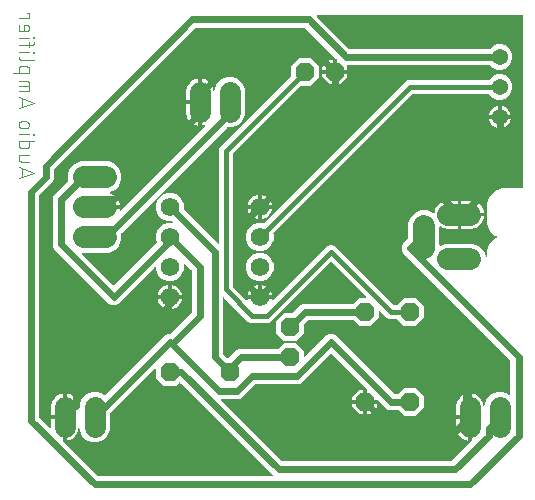
<source format=gbr>
G04 EAGLE Gerber RS-274X export*
G75*
%MOMM*%
%FSLAX34Y34*%
%LPD*%
%INBottom Copper*%
%IPPOS*%
%AMOC8*
5,1,8,0,0,1.08239X$1,22.5*%
G01*
%ADD10C,0.101600*%
%ADD11C,1.879600*%
%ADD12P,1.732040X8X112.500000*%
%ADD13P,1.732040X8X202.500000*%
%ADD14C,1.574800*%
%ADD15C,1.762000*%
%ADD16P,1.704548X8X22.500000*%
%ADD17P,1.704548X8X112.500000*%
%ADD18P,1.704548X8X292.500000*%
%ADD19C,1.371600*%
%ADD20C,1.862000*%
%ADD21C,0.609600*%
%ADD22C,0.406400*%

G36*
X226149Y25920D02*
X226149Y25920D01*
X226221Y25922D01*
X226270Y25940D01*
X226321Y25948D01*
X226385Y25982D01*
X226452Y26007D01*
X226493Y26039D01*
X226539Y26064D01*
X226588Y26116D01*
X226644Y26160D01*
X226672Y26204D01*
X226708Y26242D01*
X226738Y26307D01*
X226777Y26367D01*
X226790Y26418D01*
X226812Y26465D01*
X226820Y26536D01*
X226837Y26606D01*
X226833Y26658D01*
X226839Y26709D01*
X226824Y26780D01*
X226818Y26851D01*
X226798Y26899D01*
X226787Y26950D01*
X226750Y27011D01*
X226722Y27077D01*
X226677Y27133D01*
X226661Y27161D01*
X226643Y27176D01*
X226617Y27208D01*
X225853Y27972D01*
X148503Y105322D01*
X148487Y105334D01*
X148474Y105349D01*
X148387Y105406D01*
X148303Y105466D01*
X148284Y105472D01*
X148268Y105482D01*
X148167Y105508D01*
X148068Y105538D01*
X148048Y105538D01*
X148029Y105542D01*
X147926Y105534D01*
X147822Y105532D01*
X147804Y105525D01*
X147784Y105523D01*
X147689Y105483D01*
X147591Y105447D01*
X147576Y105435D01*
X147557Y105427D01*
X147426Y105322D01*
X144593Y102488D01*
X134807Y102488D01*
X127888Y109407D01*
X127888Y116351D01*
X127877Y116421D01*
X127875Y116493D01*
X127857Y116542D01*
X127849Y116593D01*
X127815Y116657D01*
X127790Y116724D01*
X127758Y116765D01*
X127733Y116811D01*
X127681Y116860D01*
X127637Y116916D01*
X127593Y116944D01*
X127555Y116980D01*
X127490Y117010D01*
X127430Y117049D01*
X127379Y117062D01*
X127332Y117084D01*
X127261Y117092D01*
X127191Y117109D01*
X127139Y117105D01*
X127088Y117111D01*
X127017Y117096D01*
X126946Y117090D01*
X126898Y117070D01*
X126847Y117059D01*
X126786Y117022D01*
X126720Y116994D01*
X126664Y116949D01*
X126636Y116933D01*
X126621Y116915D01*
X126589Y116889D01*
X89044Y79344D01*
X88991Y79270D01*
X88931Y79201D01*
X88919Y79170D01*
X88900Y79144D01*
X88873Y79057D01*
X88839Y78972D01*
X88835Y78931D01*
X88828Y78909D01*
X88829Y78877D01*
X88821Y78806D01*
X88821Y64880D01*
X86899Y60241D01*
X83349Y56691D01*
X78710Y54769D01*
X73690Y54769D01*
X69051Y56691D01*
X65501Y60241D01*
X63579Y64880D01*
X63579Y65844D01*
X63569Y65907D01*
X63569Y65970D01*
X63549Y66027D01*
X63540Y66086D01*
X63510Y66143D01*
X63489Y66203D01*
X63452Y66251D01*
X63424Y66304D01*
X63378Y66348D01*
X63339Y66398D01*
X63290Y66432D01*
X63246Y66473D01*
X63188Y66500D01*
X63135Y66536D01*
X63077Y66551D01*
X63023Y66577D01*
X62960Y66584D01*
X62898Y66601D01*
X62838Y66597D01*
X62779Y66604D01*
X62716Y66590D01*
X62652Y66587D01*
X62597Y66564D01*
X62538Y66552D01*
X62483Y66519D01*
X62424Y66495D01*
X62379Y66456D01*
X62327Y66425D01*
X62286Y66377D01*
X62237Y66335D01*
X62206Y66284D01*
X62167Y66238D01*
X62143Y66179D01*
X62110Y66124D01*
X62088Y66041D01*
X62075Y66010D01*
X62073Y65986D01*
X62066Y65963D01*
X61871Y64732D01*
X61319Y63033D01*
X60508Y61441D01*
X59458Y59995D01*
X58195Y58732D01*
X56749Y57682D01*
X55157Y56871D01*
X53458Y56319D01*
X52323Y56139D01*
X52323Y75438D01*
X52320Y75458D01*
X52322Y75477D01*
X52300Y75579D01*
X52283Y75681D01*
X52274Y75698D01*
X52270Y75718D01*
X52217Y75807D01*
X52168Y75898D01*
X52154Y75912D01*
X52144Y75929D01*
X52065Y75996D01*
X51990Y76067D01*
X51972Y76076D01*
X51957Y76089D01*
X51861Y76127D01*
X51767Y76171D01*
X51747Y76173D01*
X51729Y76181D01*
X51562Y76199D01*
X50799Y76199D01*
X50799Y76201D01*
X51562Y76201D01*
X51582Y76204D01*
X51601Y76202D01*
X51703Y76224D01*
X51805Y76241D01*
X51822Y76250D01*
X51842Y76254D01*
X51931Y76307D01*
X52022Y76356D01*
X52036Y76370D01*
X52053Y76380D01*
X52120Y76459D01*
X52191Y76534D01*
X52200Y76552D01*
X52213Y76567D01*
X52252Y76663D01*
X52295Y76757D01*
X52297Y76777D01*
X52305Y76795D01*
X52323Y76962D01*
X52323Y96261D01*
X53458Y96081D01*
X55157Y95529D01*
X56749Y94718D01*
X58195Y93668D01*
X59458Y92405D01*
X60508Y90959D01*
X61319Y89367D01*
X61871Y87668D01*
X62066Y86437D01*
X62086Y86377D01*
X62097Y86314D01*
X62125Y86261D01*
X62143Y86204D01*
X62182Y86153D01*
X62212Y86096D01*
X62255Y86055D01*
X62291Y86007D01*
X62344Y85971D01*
X62390Y85927D01*
X62444Y85902D01*
X62494Y85868D01*
X62555Y85850D01*
X62613Y85823D01*
X62673Y85817D01*
X62730Y85800D01*
X62794Y85803D01*
X62857Y85796D01*
X62916Y85809D01*
X62976Y85812D01*
X63035Y85835D01*
X63098Y85848D01*
X63149Y85879D01*
X63205Y85901D01*
X63254Y85942D01*
X63309Y85975D01*
X63348Y86020D01*
X63394Y86059D01*
X63427Y86113D01*
X63469Y86162D01*
X63491Y86217D01*
X63523Y86268D01*
X63537Y86330D01*
X63561Y86390D01*
X63570Y86476D01*
X63578Y86508D01*
X63577Y86532D01*
X63579Y86556D01*
X63579Y87520D01*
X65501Y92159D01*
X69051Y95709D01*
X73690Y97631D01*
X78710Y97631D01*
X83349Y95709D01*
X84141Y94917D01*
X84157Y94906D01*
X84170Y94890D01*
X84257Y94834D01*
X84341Y94774D01*
X84360Y94768D01*
X84377Y94757D01*
X84477Y94732D01*
X84576Y94701D01*
X84596Y94702D01*
X84615Y94697D01*
X84718Y94705D01*
X84822Y94708D01*
X84841Y94715D01*
X84860Y94716D01*
X84955Y94757D01*
X85053Y94792D01*
X85068Y94805D01*
X85087Y94813D01*
X85218Y94917D01*
X135815Y145515D01*
X138336Y146559D01*
X139719Y146559D01*
X139809Y146573D01*
X139900Y146581D01*
X139929Y146593D01*
X139961Y146598D01*
X140042Y146641D01*
X140126Y146677D01*
X140158Y146703D01*
X140179Y146714D01*
X140201Y146737D01*
X140257Y146782D01*
X158018Y164543D01*
X158071Y164617D01*
X158131Y164686D01*
X158143Y164717D01*
X158162Y164743D01*
X158189Y164830D01*
X158223Y164915D01*
X158227Y164956D01*
X158234Y164978D01*
X158233Y165010D01*
X158241Y165081D01*
X158241Y200044D01*
X158227Y200134D01*
X158219Y200225D01*
X158207Y200254D01*
X158202Y200286D01*
X158159Y200367D01*
X158123Y200451D01*
X158097Y200483D01*
X158086Y200504D01*
X158063Y200526D01*
X158018Y200582D01*
X152684Y205916D01*
X152626Y205958D01*
X152574Y206007D01*
X152527Y206029D01*
X152485Y206060D01*
X152416Y206081D01*
X152351Y206111D01*
X152299Y206117D01*
X152249Y206132D01*
X152178Y206130D01*
X152107Y206138D01*
X152056Y206127D01*
X152004Y206126D01*
X151936Y206101D01*
X151866Y206086D01*
X151821Y206059D01*
X151773Y206041D01*
X151717Y205996D01*
X151655Y205960D01*
X151621Y205920D01*
X151581Y205887D01*
X151542Y205827D01*
X151495Y205773D01*
X151476Y205724D01*
X151448Y205680D01*
X151430Y205611D01*
X151403Y205544D01*
X151395Y205473D01*
X151387Y205442D01*
X151389Y205419D01*
X151385Y205378D01*
X151385Y200876D01*
X149606Y196581D01*
X146319Y193294D01*
X142024Y191515D01*
X137376Y191515D01*
X133081Y193294D01*
X129794Y196581D01*
X128015Y200876D01*
X128015Y202203D01*
X128004Y202273D01*
X128002Y202345D01*
X127984Y202394D01*
X127976Y202445D01*
X127942Y202509D01*
X127917Y202576D01*
X127885Y202617D01*
X127860Y202663D01*
X127809Y202712D01*
X127764Y202768D01*
X127720Y202796D01*
X127682Y202832D01*
X127617Y202862D01*
X127557Y202901D01*
X127506Y202914D01*
X127459Y202936D01*
X127388Y202944D01*
X127318Y202961D01*
X127266Y202957D01*
X127215Y202963D01*
X127144Y202948D01*
X127073Y202942D01*
X127025Y202922D01*
X126974Y202911D01*
X126913Y202874D01*
X126847Y202846D01*
X126791Y202801D01*
X126763Y202785D01*
X126748Y202767D01*
X126716Y202741D01*
X97997Y174022D01*
X95960Y171985D01*
X93439Y170941D01*
X90711Y170941D01*
X88190Y171985D01*
X41810Y218365D01*
X40766Y220886D01*
X40766Y261714D01*
X41810Y264235D01*
X53455Y275879D01*
X53522Y275974D01*
X53593Y276068D01*
X53595Y276074D01*
X53598Y276079D01*
X53632Y276191D01*
X53669Y276302D01*
X53669Y276308D01*
X53671Y276314D01*
X53667Y276431D01*
X53666Y276548D01*
X53664Y276555D01*
X53664Y276560D01*
X53658Y276578D01*
X53620Y276709D01*
X53593Y276773D01*
X53593Y282027D01*
X55604Y286882D01*
X59320Y290598D01*
X64175Y292609D01*
X88225Y292609D01*
X93080Y290598D01*
X96796Y286882D01*
X98807Y282027D01*
X98807Y276773D01*
X96796Y271918D01*
X93080Y268202D01*
X89466Y266705D01*
X89380Y266652D01*
X89291Y266604D01*
X89276Y266587D01*
X89257Y266576D01*
X89193Y266498D01*
X89124Y266423D01*
X89115Y266403D01*
X89100Y266386D01*
X89064Y266292D01*
X89022Y266199D01*
X89020Y266177D01*
X89012Y266157D01*
X89008Y266056D01*
X88998Y265955D01*
X89003Y265933D01*
X89002Y265911D01*
X89030Y265813D01*
X89053Y265715D01*
X89064Y265696D01*
X89070Y265675D01*
X89128Y265591D01*
X89181Y265505D01*
X89198Y265491D01*
X89211Y265473D01*
X89292Y265412D01*
X89370Y265347D01*
X89395Y265336D01*
X89408Y265326D01*
X89439Y265316D01*
X89522Y265278D01*
X90181Y265064D01*
X91855Y264211D01*
X93376Y263106D01*
X94704Y261778D01*
X95809Y260257D01*
X96662Y258583D01*
X97243Y256796D01*
X97444Y255523D01*
X76962Y255523D01*
X76942Y255520D01*
X76923Y255522D01*
X76821Y255500D01*
X76719Y255483D01*
X76702Y255474D01*
X76682Y255470D01*
X76593Y255417D01*
X76502Y255368D01*
X76488Y255354D01*
X76471Y255344D01*
X76404Y255265D01*
X76333Y255190D01*
X76324Y255172D01*
X76311Y255157D01*
X76273Y255061D01*
X76229Y254967D01*
X76227Y254947D01*
X76219Y254929D01*
X76201Y254762D01*
X76201Y253238D01*
X76204Y253218D01*
X76202Y253199D01*
X76224Y253097D01*
X76241Y252995D01*
X76250Y252978D01*
X76254Y252958D01*
X76307Y252869D01*
X76356Y252778D01*
X76370Y252764D01*
X76380Y252747D01*
X76459Y252680D01*
X76534Y252609D01*
X76552Y252600D01*
X76567Y252587D01*
X76663Y252548D01*
X76757Y252505D01*
X76777Y252503D01*
X76795Y252495D01*
X76962Y252477D01*
X97444Y252477D01*
X97348Y251871D01*
X97348Y251863D01*
X97346Y251855D01*
X97349Y251739D01*
X97350Y251625D01*
X97352Y251617D01*
X97352Y251609D01*
X97392Y251501D01*
X97429Y251392D01*
X97434Y251385D01*
X97437Y251378D01*
X97508Y251289D01*
X97579Y251197D01*
X97586Y251192D01*
X97590Y251186D01*
X97687Y251124D01*
X97783Y251059D01*
X97791Y251057D01*
X97797Y251053D01*
X97909Y251025D01*
X98020Y250994D01*
X98028Y250995D01*
X98036Y250993D01*
X98150Y251002D01*
X98266Y251008D01*
X98273Y251011D01*
X98281Y251012D01*
X98386Y251056D01*
X98494Y251100D01*
X98500Y251105D01*
X98507Y251108D01*
X98638Y251213D01*
X169495Y322070D01*
X169534Y322124D01*
X169582Y322173D01*
X169606Y322224D01*
X169638Y322269D01*
X169658Y322334D01*
X169687Y322395D01*
X169694Y322451D01*
X169711Y322504D01*
X169709Y322572D01*
X169717Y322639D01*
X169706Y322694D01*
X169704Y322750D01*
X169681Y322814D01*
X169667Y322880D01*
X169639Y322929D01*
X169620Y322981D01*
X169577Y323034D01*
X169543Y323093D01*
X169501Y323130D01*
X169466Y323173D01*
X169409Y323210D01*
X169358Y323255D01*
X169306Y323276D01*
X169259Y323306D01*
X169193Y323323D01*
X169131Y323349D01*
X169075Y323353D01*
X169021Y323366D01*
X168953Y323361D01*
X168885Y323366D01*
X168808Y323350D01*
X168775Y323347D01*
X168756Y323339D01*
X168721Y323332D01*
X167758Y323019D01*
X166623Y322839D01*
X166623Y342138D01*
X166620Y342158D01*
X166622Y342177D01*
X166600Y342279D01*
X166583Y342381D01*
X166574Y342398D01*
X166570Y342418D01*
X166517Y342507D01*
X166468Y342598D01*
X166454Y342612D01*
X166444Y342629D01*
X166365Y342696D01*
X166290Y342767D01*
X166272Y342776D01*
X166257Y342789D01*
X166161Y342827D01*
X166067Y342871D01*
X166047Y342873D01*
X166029Y342881D01*
X165862Y342899D01*
X165099Y342899D01*
X165099Y342901D01*
X165862Y342901D01*
X165882Y342904D01*
X165901Y342902D01*
X166003Y342924D01*
X166105Y342941D01*
X166122Y342950D01*
X166142Y342954D01*
X166231Y343007D01*
X166322Y343056D01*
X166336Y343070D01*
X166353Y343080D01*
X166420Y343159D01*
X166491Y343234D01*
X166500Y343252D01*
X166513Y343267D01*
X166552Y343363D01*
X166595Y343457D01*
X166597Y343477D01*
X166605Y343495D01*
X166623Y343662D01*
X166623Y362961D01*
X167758Y362781D01*
X169457Y362229D01*
X171049Y361418D01*
X172495Y360368D01*
X173758Y359105D01*
X174808Y357659D01*
X175619Y356067D01*
X176171Y354368D01*
X176366Y353137D01*
X176386Y353077D01*
X176397Y353014D01*
X176425Y352961D01*
X176443Y352904D01*
X176482Y352853D01*
X176512Y352796D01*
X176555Y352755D01*
X176591Y352707D01*
X176644Y352671D01*
X176690Y352627D01*
X176744Y352602D01*
X176794Y352568D01*
X176855Y352550D01*
X176913Y352523D01*
X176973Y352517D01*
X177030Y352500D01*
X177094Y352503D01*
X177157Y352496D01*
X177216Y352509D01*
X177276Y352512D01*
X177335Y352535D01*
X177398Y352548D01*
X177449Y352579D01*
X177505Y352601D01*
X177554Y352642D01*
X177609Y352675D01*
X177648Y352720D01*
X177694Y352759D01*
X177727Y352813D01*
X177769Y352861D01*
X177791Y352917D01*
X177823Y352968D01*
X177837Y353030D01*
X177861Y353090D01*
X177870Y353176D01*
X177878Y353208D01*
X177877Y353232D01*
X177879Y353256D01*
X177879Y354220D01*
X179801Y358859D01*
X183351Y362409D01*
X187990Y364331D01*
X193010Y364331D01*
X197649Y362409D01*
X201199Y358859D01*
X203121Y354220D01*
X203121Y331580D01*
X201199Y326941D01*
X197649Y323391D01*
X193010Y321469D01*
X188609Y321469D01*
X188519Y321455D01*
X188428Y321447D01*
X188399Y321435D01*
X188367Y321430D01*
X188286Y321387D01*
X188202Y321351D01*
X188170Y321325D01*
X188149Y321314D01*
X188127Y321291D01*
X188071Y321246D01*
X98945Y232121D01*
X98878Y232026D01*
X98807Y231932D01*
X98805Y231926D01*
X98802Y231921D01*
X98768Y231809D01*
X98731Y231698D01*
X98731Y231692D01*
X98729Y231686D01*
X98733Y231569D01*
X98734Y231452D01*
X98736Y231445D01*
X98736Y231440D01*
X98742Y231422D01*
X98780Y231291D01*
X98807Y231227D01*
X98807Y225973D01*
X96796Y221118D01*
X93080Y217402D01*
X88225Y215391D01*
X66021Y215391D01*
X65951Y215380D01*
X65879Y215378D01*
X65830Y215360D01*
X65779Y215352D01*
X65715Y215318D01*
X65648Y215293D01*
X65607Y215261D01*
X65561Y215236D01*
X65512Y215184D01*
X65456Y215140D01*
X65428Y215096D01*
X65392Y215058D01*
X65362Y214993D01*
X65323Y214933D01*
X65310Y214882D01*
X65288Y214835D01*
X65280Y214764D01*
X65263Y214694D01*
X65267Y214642D01*
X65261Y214591D01*
X65276Y214520D01*
X65282Y214449D01*
X65302Y214401D01*
X65313Y214350D01*
X65350Y214289D01*
X65378Y214223D01*
X65423Y214167D01*
X65439Y214139D01*
X65457Y214124D01*
X65483Y214092D01*
X91537Y188038D01*
X91553Y188026D01*
X91565Y188011D01*
X91653Y187955D01*
X91736Y187894D01*
X91755Y187889D01*
X91772Y187878D01*
X91873Y187853D01*
X91972Y187822D01*
X91991Y187823D01*
X92011Y187818D01*
X92114Y187826D01*
X92217Y187828D01*
X92236Y187835D01*
X92256Y187837D01*
X92351Y187877D01*
X92448Y187913D01*
X92464Y187925D01*
X92482Y187933D01*
X92613Y188038D01*
X128486Y223911D01*
X128554Y224005D01*
X128624Y224100D01*
X128626Y224106D01*
X128630Y224111D01*
X128664Y224221D01*
X128700Y224333D01*
X128700Y224340D01*
X128702Y224346D01*
X128699Y224462D01*
X128698Y224579D01*
X128696Y224587D01*
X128696Y224592D01*
X128689Y224609D01*
X128651Y224740D01*
X128015Y226276D01*
X128015Y230924D01*
X129794Y235219D01*
X133081Y238506D01*
X137376Y240285D01*
X141878Y240285D01*
X141948Y240296D01*
X142020Y240298D01*
X142069Y240316D01*
X142120Y240324D01*
X142184Y240358D01*
X142251Y240383D01*
X142292Y240415D01*
X142338Y240440D01*
X142387Y240492D01*
X142443Y240536D01*
X142471Y240580D01*
X142507Y240618D01*
X142537Y240683D01*
X142576Y240743D01*
X142589Y240794D01*
X142611Y240841D01*
X142619Y240912D01*
X142636Y240982D01*
X142632Y241034D01*
X142638Y241085D01*
X142623Y241156D01*
X142617Y241227D01*
X142597Y241275D01*
X142586Y241326D01*
X142549Y241387D01*
X142521Y241453D01*
X142476Y241509D01*
X142460Y241537D01*
X142442Y241552D01*
X142416Y241584D01*
X141908Y242092D01*
X141834Y242146D01*
X141765Y242205D01*
X141734Y242217D01*
X141708Y242236D01*
X141621Y242263D01*
X141536Y242297D01*
X141495Y242301D01*
X141473Y242308D01*
X141441Y242307D01*
X141370Y242315D01*
X137376Y242315D01*
X133081Y244094D01*
X129794Y247381D01*
X128015Y251676D01*
X128015Y256324D01*
X129794Y260619D01*
X133081Y263906D01*
X137376Y265685D01*
X142024Y265685D01*
X146319Y263906D01*
X149606Y260619D01*
X151385Y256324D01*
X151385Y252330D01*
X151399Y252240D01*
X151407Y252149D01*
X151419Y252120D01*
X151424Y252088D01*
X151467Y252007D01*
X151503Y251923D01*
X151529Y251891D01*
X151540Y251870D01*
X151563Y251848D01*
X151608Y251792D01*
X180183Y223217D01*
X180241Y223175D01*
X180293Y223126D01*
X180340Y223104D01*
X180382Y223073D01*
X180451Y223052D01*
X180516Y223022D01*
X180568Y223016D01*
X180618Y223001D01*
X180689Y223003D01*
X180760Y222995D01*
X180811Y223006D01*
X180863Y223007D01*
X180931Y223032D01*
X181001Y223047D01*
X181046Y223074D01*
X181094Y223092D01*
X181150Y223137D01*
X181212Y223173D01*
X181246Y223213D01*
X181286Y223246D01*
X181325Y223306D01*
X181372Y223360D01*
X181391Y223409D01*
X181419Y223453D01*
X181437Y223522D01*
X181464Y223589D01*
X181472Y223660D01*
X181480Y223691D01*
X181478Y223714D01*
X181482Y223755D01*
X181482Y302787D01*
X182372Y304935D01*
X242092Y364655D01*
X242145Y364729D01*
X242205Y364799D01*
X242217Y364829D01*
X242236Y364855D01*
X242263Y364942D01*
X242297Y365027D01*
X242301Y365068D01*
X242308Y365090D01*
X242307Y365122D01*
X242315Y365193D01*
X242315Y373140D01*
X249160Y379985D01*
X258840Y379985D01*
X265685Y373140D01*
X265685Y363460D01*
X258840Y356615D01*
X250893Y356615D01*
X250803Y356601D01*
X250712Y356593D01*
X250683Y356581D01*
X250651Y356576D01*
X250570Y356533D01*
X250486Y356497D01*
X250454Y356471D01*
X250433Y356460D01*
X250411Y356437D01*
X250355Y356392D01*
X193391Y299428D01*
X193338Y299354D01*
X193278Y299284D01*
X193266Y299254D01*
X193247Y299228D01*
X193220Y299141D01*
X193186Y299056D01*
X193182Y299015D01*
X193175Y298993D01*
X193176Y298961D01*
X193168Y298890D01*
X193168Y186885D01*
X193182Y186795D01*
X193190Y186704D01*
X193202Y186675D01*
X193207Y186643D01*
X193250Y186562D01*
X193286Y186478D01*
X193312Y186446D01*
X193323Y186425D01*
X193346Y186403D01*
X193391Y186347D01*
X204342Y175396D01*
X204348Y175391D01*
X204353Y175385D01*
X204448Y175319D01*
X204542Y175252D01*
X204549Y175250D01*
X204556Y175245D01*
X204667Y175214D01*
X204777Y175180D01*
X204785Y175180D01*
X204792Y175178D01*
X204907Y175183D01*
X205023Y175186D01*
X205030Y175189D01*
X205038Y175189D01*
X205145Y175231D01*
X205254Y175271D01*
X205260Y175276D01*
X205267Y175279D01*
X205356Y175353D01*
X205446Y175425D01*
X205450Y175431D01*
X205456Y175436D01*
X205516Y175535D01*
X205579Y175631D01*
X205581Y175639D01*
X205585Y175646D01*
X205611Y175759D01*
X205639Y175870D01*
X205638Y175878D01*
X205640Y175886D01*
X205632Y176053D01*
X205597Y176277D01*
X215138Y176277D01*
X215158Y176280D01*
X215177Y176278D01*
X215279Y176300D01*
X215381Y176317D01*
X215398Y176326D01*
X215418Y176330D01*
X215507Y176383D01*
X215598Y176432D01*
X215612Y176446D01*
X215629Y176456D01*
X215696Y176535D01*
X215767Y176610D01*
X215776Y176628D01*
X215789Y176643D01*
X215827Y176739D01*
X215871Y176833D01*
X215873Y176853D01*
X215881Y176871D01*
X215899Y177038D01*
X215899Y177801D01*
X215901Y177801D01*
X215901Y177038D01*
X215904Y177018D01*
X215902Y176999D01*
X215924Y176897D01*
X215941Y176795D01*
X215950Y176778D01*
X215954Y176758D01*
X216007Y176669D01*
X216056Y176578D01*
X216070Y176564D01*
X216080Y176547D01*
X216159Y176480D01*
X216234Y176409D01*
X216252Y176400D01*
X216267Y176387D01*
X216363Y176348D01*
X216457Y176305D01*
X216477Y176303D01*
X216495Y176295D01*
X216662Y176277D01*
X226203Y176277D01*
X226168Y176053D01*
X226168Y176045D01*
X226166Y176038D01*
X226169Y175922D01*
X226169Y175807D01*
X226172Y175800D01*
X226172Y175792D01*
X226212Y175684D01*
X226249Y175575D01*
X226254Y175568D01*
X226256Y175561D01*
X226328Y175471D01*
X226398Y175379D01*
X226405Y175375D01*
X226410Y175369D01*
X226507Y175307D01*
X226603Y175242D01*
X226610Y175240D01*
X226617Y175236D01*
X226729Y175208D01*
X226840Y175177D01*
X226848Y175178D01*
X226856Y175176D01*
X226970Y175185D01*
X227085Y175191D01*
X227093Y175194D01*
X227101Y175195D01*
X227206Y175239D01*
X227314Y175283D01*
X227320Y175288D01*
X227327Y175291D01*
X227458Y175396D01*
X272915Y220853D01*
X275063Y221743D01*
X277387Y221743D01*
X279535Y220853D01*
X329222Y171166D01*
X329296Y171113D01*
X329366Y171053D01*
X329396Y171041D01*
X329422Y171022D01*
X329509Y170995D01*
X329594Y170961D01*
X329635Y170957D01*
X329657Y170950D01*
X329689Y170951D01*
X329760Y170943D01*
X331903Y170943D01*
X331993Y170957D01*
X332084Y170965D01*
X332114Y170977D01*
X332145Y170982D01*
X332226Y171025D01*
X332310Y171061D01*
X332342Y171087D01*
X332363Y171098D01*
X332385Y171121D01*
X332441Y171166D01*
X338060Y176785D01*
X347740Y176785D01*
X354585Y169940D01*
X354585Y160260D01*
X347740Y153415D01*
X338060Y153415D01*
X332441Y159034D01*
X332367Y159087D01*
X332298Y159147D01*
X332268Y159159D01*
X332241Y159178D01*
X332154Y159205D01*
X332069Y159239D01*
X332029Y159243D01*
X332006Y159250D01*
X331974Y159249D01*
X331903Y159257D01*
X325863Y159257D01*
X323715Y160147D01*
X317784Y166078D01*
X317726Y166120D01*
X317674Y166169D01*
X317627Y166191D01*
X317585Y166221D01*
X317516Y166243D01*
X317451Y166273D01*
X317399Y166278D01*
X317349Y166294D01*
X317278Y166292D01*
X317207Y166300D01*
X317156Y166289D01*
X317104Y166287D01*
X317036Y166263D01*
X316966Y166248D01*
X316921Y166221D01*
X316873Y166203D01*
X316817Y166158D01*
X316755Y166121D01*
X316721Y166082D01*
X316681Y166049D01*
X316642Y165989D01*
X316595Y165934D01*
X316576Y165886D01*
X316548Y165842D01*
X316530Y165773D01*
X316503Y165706D01*
X316495Y165635D01*
X316487Y165604D01*
X316489Y165581D01*
X316485Y165540D01*
X316485Y160260D01*
X309640Y153415D01*
X299960Y153415D01*
X295357Y158018D01*
X295283Y158071D01*
X295214Y158131D01*
X295183Y158143D01*
X295157Y158162D01*
X295070Y158189D01*
X294985Y158223D01*
X294944Y158227D01*
X294922Y158234D01*
X294890Y158233D01*
X294819Y158241D01*
X257156Y158241D01*
X257066Y158227D01*
X256975Y158219D01*
X256946Y158207D01*
X256914Y158202D01*
X256833Y158159D01*
X256749Y158123D01*
X256717Y158097D01*
X256696Y158086D01*
X256674Y158063D01*
X256618Y158018D01*
X253335Y154735D01*
X253282Y154661D01*
X253222Y154592D01*
X253210Y154561D01*
X253191Y154535D01*
X253164Y154448D01*
X253130Y154363D01*
X253126Y154322D01*
X253119Y154300D01*
X253120Y154268D01*
X253112Y154197D01*
X253112Y147507D01*
X246193Y140588D01*
X236407Y140588D01*
X229488Y147507D01*
X229488Y157293D01*
X236407Y164212D01*
X243097Y164212D01*
X243187Y164226D01*
X243278Y164234D01*
X243307Y164246D01*
X243339Y164251D01*
X243420Y164294D01*
X243504Y164330D01*
X243536Y164356D01*
X243557Y164367D01*
X243579Y164390D01*
X243635Y164435D01*
X250115Y170915D01*
X252636Y171959D01*
X294819Y171959D01*
X294909Y171973D01*
X295000Y171981D01*
X295029Y171993D01*
X295061Y171998D01*
X295142Y172041D01*
X295226Y172077D01*
X295258Y172103D01*
X295279Y172114D01*
X295301Y172137D01*
X295357Y172182D01*
X299960Y176785D01*
X305240Y176785D01*
X305310Y176796D01*
X305382Y176798D01*
X305431Y176816D01*
X305482Y176824D01*
X305546Y176858D01*
X305613Y176883D01*
X305654Y176915D01*
X305700Y176940D01*
X305749Y176991D01*
X305805Y177036D01*
X305833Y177080D01*
X305869Y177118D01*
X305899Y177183D01*
X305938Y177243D01*
X305951Y177294D01*
X305973Y177341D01*
X305981Y177412D01*
X305998Y177482D01*
X305994Y177534D01*
X306000Y177585D01*
X305985Y177656D01*
X305979Y177727D01*
X305959Y177775D01*
X305948Y177826D01*
X305911Y177887D01*
X305883Y177953D01*
X305838Y178009D01*
X305821Y178037D01*
X305804Y178052D01*
X305778Y178084D01*
X276763Y207099D01*
X276747Y207110D01*
X276735Y207126D01*
X276647Y207182D01*
X276564Y207242D01*
X276545Y207248D01*
X276528Y207259D01*
X276427Y207284D01*
X276328Y207315D01*
X276309Y207314D01*
X276289Y207319D01*
X276186Y207311D01*
X276083Y207308D01*
X276064Y207302D01*
X276044Y207300D01*
X275949Y207260D01*
X275852Y207224D01*
X275836Y207211D01*
X275818Y207204D01*
X275687Y207099D01*
X225560Y156972D01*
X223412Y156082D01*
X208388Y156082D01*
X206240Y156972D01*
X185958Y177254D01*
X185900Y177296D01*
X185848Y177345D01*
X185801Y177367D01*
X185759Y177397D01*
X185690Y177418D01*
X185625Y177449D01*
X185573Y177454D01*
X185523Y177470D01*
X185452Y177468D01*
X185381Y177476D01*
X185330Y177465D01*
X185278Y177463D01*
X185210Y177439D01*
X185140Y177424D01*
X185095Y177397D01*
X185047Y177379D01*
X184991Y177334D01*
X184929Y177297D01*
X184895Y177258D01*
X184855Y177225D01*
X184816Y177165D01*
X184769Y177110D01*
X184750Y177062D01*
X184722Y177018D01*
X184704Y176949D01*
X184677Y176882D01*
X184669Y176811D01*
X184661Y176780D01*
X184663Y176757D01*
X184659Y176716D01*
X184659Y130156D01*
X184673Y130066D01*
X184681Y129975D01*
X184693Y129946D01*
X184698Y129914D01*
X184741Y129833D01*
X184777Y129749D01*
X184803Y129717D01*
X184814Y129696D01*
X184837Y129674D01*
X184882Y129618D01*
X188165Y126335D01*
X188239Y126282D01*
X188308Y126222D01*
X188339Y126210D01*
X188365Y126191D01*
X188452Y126164D01*
X188537Y126130D01*
X188578Y126126D01*
X188600Y126119D01*
X188632Y126120D01*
X188703Y126112D01*
X189122Y126112D01*
X189212Y126126D01*
X189303Y126134D01*
X189332Y126146D01*
X189364Y126151D01*
X189445Y126194D01*
X189529Y126230D01*
X189561Y126256D01*
X189582Y126267D01*
X189604Y126290D01*
X189660Y126335D01*
X196140Y132815D01*
X198661Y133859D01*
X231139Y133859D01*
X231229Y133873D01*
X231320Y133881D01*
X231350Y133893D01*
X231382Y133898D01*
X231463Y133941D01*
X231546Y133977D01*
X231579Y134003D01*
X231599Y134014D01*
X231621Y134037D01*
X231677Y134082D01*
X236407Y138812D01*
X246193Y138812D01*
X253112Y131893D01*
X253112Y128124D01*
X253123Y128054D01*
X253125Y127982D01*
X253143Y127933D01*
X253151Y127882D01*
X253185Y127818D01*
X253210Y127751D01*
X253242Y127710D01*
X253267Y127664D01*
X253319Y127615D01*
X253363Y127559D01*
X253407Y127531D01*
X253445Y127495D01*
X253510Y127465D01*
X253570Y127426D01*
X253621Y127413D01*
X253668Y127391D01*
X253739Y127383D01*
X253809Y127366D01*
X253861Y127370D01*
X253912Y127364D01*
X253983Y127379D01*
X254054Y127385D01*
X254102Y127405D01*
X254153Y127416D01*
X254214Y127453D01*
X254280Y127481D01*
X254336Y127526D01*
X254364Y127542D01*
X254379Y127560D01*
X254411Y127586D01*
X272340Y145515D01*
X274861Y146559D01*
X277589Y146559D01*
X280110Y145515D01*
X329643Y95982D01*
X329717Y95929D01*
X329786Y95869D01*
X329817Y95857D01*
X329843Y95838D01*
X329930Y95811D01*
X330015Y95777D01*
X330056Y95773D01*
X330078Y95766D01*
X330110Y95767D01*
X330181Y95759D01*
X332919Y95759D01*
X333009Y95773D01*
X333100Y95781D01*
X333130Y95793D01*
X333161Y95798D01*
X333242Y95841D01*
X333326Y95877D01*
X333358Y95903D01*
X333379Y95914D01*
X333401Y95937D01*
X333457Y95982D01*
X338060Y100585D01*
X347740Y100585D01*
X354585Y93740D01*
X354585Y84060D01*
X347740Y77215D01*
X338060Y77215D01*
X333457Y81818D01*
X333383Y81871D01*
X333314Y81931D01*
X333284Y81943D01*
X333257Y81962D01*
X333170Y81989D01*
X333085Y82023D01*
X333045Y82027D01*
X333022Y82034D01*
X332990Y82033D01*
X332919Y82041D01*
X325661Y82041D01*
X323140Y83085D01*
X316025Y90200D01*
X315951Y90253D01*
X315882Y90313D01*
X315851Y90325D01*
X315825Y90344D01*
X315738Y90371D01*
X315653Y90405D01*
X315613Y90409D01*
X315590Y90416D01*
X315558Y90415D01*
X315487Y90423D01*
X306323Y90423D01*
X306323Y99587D01*
X306308Y99677D01*
X306301Y99768D01*
X306289Y99798D01*
X306283Y99829D01*
X306241Y99910D01*
X306205Y99994D01*
X306179Y100026D01*
X306168Y100047D01*
X306145Y100069D01*
X306100Y100125D01*
X276763Y129462D01*
X276747Y129474D01*
X276735Y129489D01*
X276647Y129545D01*
X276564Y129606D01*
X276545Y129611D01*
X276528Y129622D01*
X276427Y129647D01*
X276328Y129678D01*
X276309Y129677D01*
X276289Y129682D01*
X276186Y129674D01*
X276083Y129672D01*
X276064Y129665D01*
X276044Y129663D01*
X275949Y129623D01*
X275852Y129587D01*
X275836Y129575D01*
X275818Y129567D01*
X275687Y129462D01*
X251535Y105310D01*
X249014Y104266D01*
X212706Y104266D01*
X212616Y104252D01*
X212525Y104244D01*
X212496Y104232D01*
X212464Y104227D01*
X212383Y104184D01*
X212299Y104148D01*
X212267Y104122D01*
X212246Y104111D01*
X212224Y104088D01*
X212168Y104043D01*
X200735Y92610D01*
X198214Y91566D01*
X183496Y91566D01*
X183426Y91555D01*
X183354Y91553D01*
X183305Y91535D01*
X183254Y91527D01*
X183190Y91493D01*
X183123Y91468D01*
X183082Y91436D01*
X183036Y91411D01*
X182987Y91359D01*
X182931Y91315D01*
X182903Y91271D01*
X182867Y91233D01*
X182837Y91168D01*
X182798Y91108D01*
X182785Y91057D01*
X182763Y91010D01*
X182755Y90939D01*
X182738Y90869D01*
X182742Y90817D01*
X182736Y90766D01*
X182751Y90695D01*
X182757Y90624D01*
X182777Y90576D01*
X182788Y90525D01*
X182825Y90464D01*
X182853Y90398D01*
X182898Y90342D01*
X182914Y90314D01*
X182932Y90299D01*
X182958Y90267D01*
X234393Y38832D01*
X234467Y38779D01*
X234536Y38719D01*
X234567Y38707D01*
X234593Y38688D01*
X234680Y38661D01*
X234765Y38627D01*
X234806Y38623D01*
X234828Y38616D01*
X234860Y38617D01*
X234931Y38609D01*
X377844Y38609D01*
X377934Y38623D01*
X378025Y38631D01*
X378054Y38643D01*
X378086Y38648D01*
X378167Y38691D01*
X378251Y38727D01*
X378283Y38753D01*
X378304Y38764D01*
X378326Y38787D01*
X378382Y38832D01*
X395000Y55450D01*
X395053Y55524D01*
X395113Y55593D01*
X395125Y55624D01*
X395144Y55650D01*
X395171Y55737D01*
X395205Y55822D01*
X395209Y55862D01*
X395216Y55885D01*
X395215Y55917D01*
X395223Y55988D01*
X395223Y75438D01*
X395220Y75458D01*
X395222Y75477D01*
X395200Y75579D01*
X395183Y75681D01*
X395174Y75698D01*
X395170Y75718D01*
X395117Y75807D01*
X395068Y75898D01*
X395054Y75912D01*
X395044Y75929D01*
X394965Y75996D01*
X394890Y76067D01*
X394872Y76076D01*
X394857Y76089D01*
X394761Y76127D01*
X394667Y76171D01*
X394647Y76173D01*
X394629Y76181D01*
X394462Y76199D01*
X393699Y76199D01*
X393699Y76201D01*
X394462Y76201D01*
X394482Y76204D01*
X394501Y76202D01*
X394603Y76224D01*
X394705Y76241D01*
X394722Y76250D01*
X394742Y76254D01*
X394831Y76307D01*
X394922Y76356D01*
X394936Y76370D01*
X394953Y76380D01*
X395020Y76459D01*
X395091Y76534D01*
X395100Y76552D01*
X395113Y76567D01*
X395152Y76663D01*
X395195Y76757D01*
X395197Y76777D01*
X395205Y76795D01*
X395223Y76962D01*
X395223Y96261D01*
X396358Y96081D01*
X398057Y95529D01*
X399649Y94718D01*
X401095Y93668D01*
X402358Y92405D01*
X403408Y90959D01*
X404219Y89367D01*
X404771Y87668D01*
X404966Y86437D01*
X404986Y86377D01*
X404997Y86314D01*
X405025Y86261D01*
X405043Y86204D01*
X405082Y86153D01*
X405112Y86096D01*
X405155Y86055D01*
X405191Y86007D01*
X405244Y85971D01*
X405290Y85927D01*
X405344Y85902D01*
X405394Y85868D01*
X405455Y85850D01*
X405513Y85823D01*
X405573Y85817D01*
X405630Y85800D01*
X405694Y85803D01*
X405757Y85796D01*
X405816Y85809D01*
X405876Y85812D01*
X405935Y85835D01*
X405998Y85848D01*
X406049Y85879D01*
X406105Y85901D01*
X406154Y85942D01*
X406209Y85975D01*
X406248Y86020D01*
X406294Y86058D01*
X406327Y86113D01*
X406369Y86161D01*
X406391Y86217D01*
X406423Y86268D01*
X406437Y86330D01*
X406461Y86390D01*
X406470Y86476D01*
X406478Y86508D01*
X406477Y86532D01*
X406479Y86556D01*
X406479Y87520D01*
X408401Y92159D01*
X411951Y95709D01*
X416590Y97631D01*
X421610Y97631D01*
X426249Y95709D01*
X426817Y95142D01*
X426875Y95100D01*
X426927Y95050D01*
X426974Y95029D01*
X427016Y94998D01*
X427085Y94977D01*
X427150Y94947D01*
X427202Y94941D01*
X427252Y94926D01*
X427323Y94928D01*
X427394Y94920D01*
X427445Y94931D01*
X427497Y94932D01*
X427565Y94957D01*
X427635Y94972D01*
X427680Y94999D01*
X427728Y95017D01*
X427784Y95061D01*
X427846Y95098D01*
X427880Y95138D01*
X427920Y95170D01*
X427959Y95231D01*
X428006Y95285D01*
X428025Y95333D01*
X428053Y95377D01*
X428071Y95447D01*
X428098Y95513D01*
X428106Y95585D01*
X428114Y95616D01*
X428112Y95639D01*
X428116Y95680D01*
X428116Y123844D01*
X428102Y123934D01*
X428094Y124025D01*
X428082Y124054D01*
X428077Y124086D01*
X428034Y124167D01*
X427998Y124251D01*
X427972Y124283D01*
X427961Y124304D01*
X427938Y124326D01*
X427893Y124382D01*
X337085Y215190D01*
X336041Y217711D01*
X336041Y220439D01*
X337085Y222960D01*
X341556Y227431D01*
X341609Y227505D01*
X341669Y227574D01*
X341681Y227605D01*
X341700Y227631D01*
X341727Y227718D01*
X341761Y227803D01*
X341765Y227844D01*
X341772Y227866D01*
X341771Y227898D01*
X341779Y227969D01*
X341779Y240520D01*
X343777Y245342D01*
X347468Y249033D01*
X352290Y251031D01*
X357510Y251031D01*
X362332Y249033D01*
X362559Y248807D01*
X362569Y248800D01*
X362576Y248790D01*
X362669Y248728D01*
X362759Y248663D01*
X362770Y248660D01*
X362780Y248653D01*
X362887Y248623D01*
X362994Y248591D01*
X363006Y248591D01*
X363017Y248588D01*
X363128Y248594D01*
X363240Y248597D01*
X363251Y248601D01*
X363263Y248602D01*
X363366Y248643D01*
X363471Y248682D01*
X363480Y248689D01*
X363491Y248693D01*
X363576Y248766D01*
X363663Y248835D01*
X363669Y248845D01*
X363678Y248853D01*
X363736Y248949D01*
X363796Y249042D01*
X363799Y249054D01*
X363805Y249064D01*
X363849Y249226D01*
X364031Y250375D01*
X364608Y252149D01*
X365454Y253811D01*
X366551Y255320D01*
X367870Y256639D01*
X369379Y257736D01*
X371041Y258582D01*
X372815Y259159D01*
X374657Y259451D01*
X383377Y259451D01*
X383377Y248362D01*
X383380Y248342D01*
X383378Y248323D01*
X383400Y248221D01*
X383417Y248119D01*
X383426Y248102D01*
X383430Y248082D01*
X383483Y247993D01*
X383532Y247902D01*
X383546Y247888D01*
X383556Y247871D01*
X383635Y247804D01*
X383710Y247733D01*
X383728Y247724D01*
X383743Y247711D01*
X383839Y247673D01*
X383933Y247629D01*
X383953Y247627D01*
X383971Y247619D01*
X384138Y247601D01*
X384901Y247601D01*
X384901Y247599D01*
X384138Y247599D01*
X384118Y247596D01*
X384099Y247598D01*
X383997Y247576D01*
X383895Y247559D01*
X383878Y247550D01*
X383858Y247546D01*
X383769Y247493D01*
X383678Y247444D01*
X383664Y247430D01*
X383647Y247420D01*
X383580Y247341D01*
X383509Y247266D01*
X383500Y247248D01*
X383487Y247233D01*
X383448Y247137D01*
X383405Y247043D01*
X383403Y247023D01*
X383395Y247005D01*
X383377Y246838D01*
X383377Y235749D01*
X374657Y235749D01*
X372815Y236041D01*
X371041Y236618D01*
X369379Y237464D01*
X369229Y237573D01*
X369219Y237578D01*
X369210Y237587D01*
X369109Y237633D01*
X369010Y237683D01*
X368998Y237685D01*
X368987Y237690D01*
X368877Y237702D01*
X368766Y237718D01*
X368754Y237716D01*
X368743Y237717D01*
X368634Y237694D01*
X368524Y237673D01*
X368514Y237668D01*
X368502Y237665D01*
X368407Y237608D01*
X368309Y237554D01*
X368301Y237545D01*
X368291Y237539D01*
X368219Y237455D01*
X368144Y237372D01*
X368139Y237361D01*
X368131Y237352D01*
X368089Y237249D01*
X368045Y237147D01*
X368044Y237135D01*
X368039Y237124D01*
X368021Y236957D01*
X368021Y221806D01*
X368028Y221761D01*
X368026Y221715D01*
X368048Y221640D01*
X368060Y221563D01*
X368082Y221522D01*
X368095Y221478D01*
X368139Y221414D01*
X368176Y221346D01*
X368209Y221314D01*
X368235Y221276D01*
X368298Y221230D01*
X368354Y221176D01*
X368396Y221157D01*
X368432Y221130D01*
X368506Y221105D01*
X368577Y221073D01*
X368623Y221068D01*
X368666Y221053D01*
X368744Y221054D01*
X368821Y221046D01*
X368866Y221055D01*
X368912Y221056D01*
X369044Y221094D01*
X369062Y221098D01*
X369066Y221100D01*
X369073Y221102D01*
X372980Y222721D01*
X396820Y222721D01*
X401642Y220723D01*
X405333Y217032D01*
X407195Y212538D01*
X407246Y212455D01*
X407292Y212369D01*
X407311Y212351D01*
X407324Y212329D01*
X407399Y212267D01*
X407470Y212200D01*
X407494Y212189D01*
X407514Y212172D01*
X407605Y212137D01*
X407693Y212096D01*
X407719Y212094D01*
X407743Y212084D01*
X407841Y212080D01*
X407937Y212069D01*
X407963Y212075D01*
X407989Y212074D01*
X408083Y212101D01*
X408178Y212122D01*
X408200Y212135D01*
X408225Y212142D01*
X408305Y212198D01*
X408389Y212248D01*
X408406Y212268D01*
X408427Y212283D01*
X408486Y212361D01*
X408549Y212435D01*
X408559Y212459D01*
X408574Y212480D01*
X408604Y212572D01*
X408641Y212663D01*
X408644Y212695D01*
X408650Y212714D01*
X408650Y212747D01*
X408659Y212830D01*
X408659Y217632D01*
X410980Y223233D01*
X415267Y227520D01*
X416175Y227897D01*
X416236Y227934D01*
X416302Y227964D01*
X416340Y227999D01*
X416384Y228026D01*
X416430Y228082D01*
X416483Y228130D01*
X416508Y228176D01*
X416541Y228216D01*
X416567Y228283D01*
X416601Y228346D01*
X416611Y228397D01*
X416629Y228445D01*
X416632Y228517D01*
X416645Y228588D01*
X416637Y228639D01*
X416640Y228691D01*
X416620Y228760D01*
X416609Y228831D01*
X416586Y228877D01*
X416571Y228927D01*
X416530Y228986D01*
X416498Y229050D01*
X416461Y229087D01*
X416431Y229129D01*
X416373Y229172D01*
X416322Y229222D01*
X416259Y229257D01*
X416233Y229276D01*
X416211Y229283D01*
X416175Y229303D01*
X415267Y229680D01*
X410980Y233967D01*
X408659Y239568D01*
X408659Y257632D01*
X410980Y263233D01*
X415267Y267520D01*
X420868Y269841D01*
X437898Y269841D01*
X437918Y269844D01*
X437937Y269842D01*
X438039Y269864D01*
X438141Y269880D01*
X438158Y269890D01*
X438178Y269894D01*
X438267Y269947D01*
X438358Y269996D01*
X438372Y270010D01*
X438389Y270020D01*
X438456Y270099D01*
X438528Y270174D01*
X438536Y270192D01*
X438549Y270207D01*
X438588Y270303D01*
X438631Y270397D01*
X438633Y270417D01*
X438641Y270435D01*
X438659Y270602D01*
X438659Y415698D01*
X438658Y415706D01*
X438658Y415708D01*
X438656Y415718D01*
X438658Y415737D01*
X438636Y415839D01*
X438620Y415941D01*
X438610Y415958D01*
X438606Y415978D01*
X438553Y416067D01*
X438504Y416158D01*
X438490Y416172D01*
X438480Y416189D01*
X438401Y416256D01*
X438326Y416328D01*
X438308Y416336D01*
X438293Y416349D01*
X438197Y416388D01*
X438103Y416431D01*
X438083Y416433D01*
X438065Y416441D01*
X437898Y416459D01*
X265003Y416459D01*
X264933Y416448D01*
X264861Y416446D01*
X264812Y416428D01*
X264761Y416420D01*
X264697Y416386D01*
X264630Y416361D01*
X264589Y416329D01*
X264543Y416304D01*
X264494Y416252D01*
X264438Y416208D01*
X264410Y416164D01*
X264374Y416126D01*
X264344Y416061D01*
X264305Y416001D01*
X264292Y415950D01*
X264270Y415903D01*
X264262Y415832D01*
X264245Y415762D01*
X264249Y415710D01*
X264243Y415659D01*
X264258Y415588D01*
X264264Y415517D01*
X264284Y415469D01*
X264295Y415418D01*
X264332Y415357D01*
X264360Y415291D01*
X264405Y415235D01*
X264421Y415207D01*
X264439Y415192D01*
X264465Y415160D01*
X291543Y388082D01*
X291617Y388029D01*
X291686Y387969D01*
X291717Y387957D01*
X291743Y387938D01*
X291830Y387911D01*
X291915Y387877D01*
X291956Y387873D01*
X291978Y387866D01*
X292010Y387867D01*
X292081Y387859D01*
X410556Y387859D01*
X410646Y387873D01*
X410737Y387881D01*
X410766Y387893D01*
X410798Y387898D01*
X410879Y387941D01*
X410963Y387977D01*
X410995Y388003D01*
X411016Y388014D01*
X411038Y388037D01*
X411094Y388082D01*
X413057Y390045D01*
X416978Y391669D01*
X421222Y391669D01*
X425143Y390045D01*
X428145Y387043D01*
X429769Y383122D01*
X429769Y378878D01*
X428145Y374957D01*
X425143Y371955D01*
X421222Y370331D01*
X416978Y370331D01*
X413057Y371955D01*
X411094Y373918D01*
X411020Y373971D01*
X410950Y374031D01*
X410920Y374043D01*
X410894Y374062D01*
X410807Y374089D01*
X410722Y374123D01*
X410681Y374127D01*
X410659Y374134D01*
X410627Y374133D01*
X410556Y374141D01*
X290125Y374141D01*
X290054Y374130D01*
X289983Y374128D01*
X289934Y374110D01*
X289882Y374102D01*
X289819Y374068D01*
X289752Y374043D01*
X289711Y374011D01*
X289665Y373986D01*
X289616Y373935D01*
X289560Y373890D01*
X289532Y373846D01*
X289496Y373808D01*
X289465Y373743D01*
X289427Y373683D01*
X289414Y373632D01*
X289392Y373585D01*
X289384Y373514D01*
X289367Y373444D01*
X289371Y373392D01*
X289365Y373341D01*
X289380Y373270D01*
X289386Y373199D01*
X289406Y373151D01*
X289417Y373100D01*
X289454Y373039D01*
X289482Y372973D01*
X289527Y372917D01*
X289543Y372889D01*
X289561Y372874D01*
X289587Y372842D01*
X289815Y372614D01*
X289815Y369823D01*
X280923Y369823D01*
X280923Y378987D01*
X280908Y379077D01*
X280901Y379168D01*
X280889Y379198D01*
X280883Y379230D01*
X280841Y379310D01*
X280805Y379394D01*
X280779Y379426D01*
X280768Y379447D01*
X280745Y379469D01*
X280700Y379525D01*
X254557Y405668D01*
X254483Y405721D01*
X254414Y405781D01*
X254383Y405793D01*
X254357Y405812D01*
X254270Y405839D01*
X254185Y405873D01*
X254144Y405877D01*
X254122Y405884D01*
X254090Y405883D01*
X254019Y405891D01*
X161906Y405891D01*
X161816Y405877D01*
X161725Y405869D01*
X161696Y405857D01*
X161664Y405852D01*
X161583Y405809D01*
X161499Y405773D01*
X161467Y405747D01*
X161446Y405736D01*
X161424Y405713D01*
X161368Y405668D01*
X42007Y286307D01*
X41954Y286233D01*
X41894Y286164D01*
X41882Y286133D01*
X41863Y286107D01*
X41836Y286020D01*
X41802Y285935D01*
X41798Y285894D01*
X41791Y285872D01*
X41792Y285840D01*
X41784Y285769D01*
X41784Y278036D01*
X40740Y275515D01*
X29307Y264082D01*
X29254Y264008D01*
X29194Y263939D01*
X29182Y263908D01*
X29163Y263882D01*
X29136Y263795D01*
X29102Y263710D01*
X29098Y263669D01*
X29091Y263647D01*
X29092Y263615D01*
X29084Y263544D01*
X29084Y76181D01*
X29098Y76091D01*
X29106Y76000D01*
X29118Y75971D01*
X29123Y75939D01*
X29166Y75858D01*
X29202Y75774D01*
X29228Y75742D01*
X29239Y75721D01*
X29262Y75699D01*
X29307Y75643D01*
X38150Y66800D01*
X38208Y66758D01*
X38260Y66709D01*
X38307Y66687D01*
X38349Y66656D01*
X38418Y66635D01*
X38483Y66605D01*
X38535Y66599D01*
X38585Y66584D01*
X38656Y66586D01*
X38727Y66578D01*
X38778Y66589D01*
X38830Y66590D01*
X38898Y66615D01*
X38968Y66630D01*
X39013Y66657D01*
X39061Y66675D01*
X39117Y66720D01*
X39179Y66756D01*
X39213Y66796D01*
X39253Y66829D01*
X39292Y66889D01*
X39339Y66943D01*
X39358Y66992D01*
X39386Y67036D01*
X39404Y67105D01*
X39431Y67172D01*
X39439Y67243D01*
X39447Y67274D01*
X39445Y67297D01*
X39449Y67338D01*
X39449Y74677D01*
X49277Y74677D01*
X49277Y55988D01*
X49292Y55898D01*
X49299Y55807D01*
X49311Y55778D01*
X49317Y55746D01*
X49359Y55665D01*
X49395Y55581D01*
X49421Y55549D01*
X49432Y55528D01*
X49455Y55506D01*
X49500Y55450D01*
X78818Y26132D01*
X78892Y26079D01*
X78961Y26019D01*
X78992Y26007D01*
X79018Y25988D01*
X79105Y25961D01*
X79190Y25927D01*
X79231Y25923D01*
X79253Y25916D01*
X79285Y25917D01*
X79356Y25909D01*
X226079Y25909D01*
X226149Y25920D01*
G37*
%LPC*%
G36*
X213576Y216915D02*
X213576Y216915D01*
X209281Y218694D01*
X205994Y221981D01*
X204215Y226276D01*
X204215Y230924D01*
X205994Y235219D01*
X209281Y238506D01*
X213576Y240285D01*
X218224Y240285D01*
X218530Y240158D01*
X218644Y240131D01*
X218758Y240103D01*
X218764Y240103D01*
X218770Y240102D01*
X218886Y240113D01*
X219003Y240122D01*
X219009Y240124D01*
X219015Y240125D01*
X219122Y240173D01*
X219229Y240218D01*
X219235Y240223D01*
X219239Y240225D01*
X219253Y240237D01*
X219360Y240323D01*
X337840Y358803D01*
X339590Y360553D01*
X341738Y361443D01*
X409540Y361443D01*
X409630Y361457D01*
X409721Y361465D01*
X409750Y361477D01*
X409782Y361482D01*
X409863Y361525D01*
X409947Y361561D01*
X409979Y361587D01*
X410000Y361598D01*
X410022Y361621D01*
X410078Y361666D01*
X413057Y364645D01*
X416978Y366269D01*
X421222Y366269D01*
X425143Y364645D01*
X428145Y361643D01*
X429769Y357722D01*
X429769Y353478D01*
X428145Y349557D01*
X425143Y346555D01*
X421222Y344931D01*
X416978Y344931D01*
X413057Y346555D01*
X410078Y349534D01*
X410004Y349587D01*
X409934Y349647D01*
X409904Y349659D01*
X409878Y349678D01*
X409791Y349705D01*
X409706Y349739D01*
X409665Y349743D01*
X409643Y349750D01*
X409611Y349749D01*
X409540Y349757D01*
X345635Y349757D01*
X345545Y349743D01*
X345454Y349735D01*
X345425Y349723D01*
X345393Y349718D01*
X345312Y349675D01*
X345228Y349639D01*
X345196Y349613D01*
X345175Y349602D01*
X345153Y349579D01*
X345097Y349534D01*
X227623Y232060D01*
X227555Y231966D01*
X227485Y231871D01*
X227483Y231865D01*
X227479Y231860D01*
X227445Y231749D01*
X227409Y231637D01*
X227409Y231631D01*
X227407Y231625D01*
X227410Y231508D01*
X227411Y231392D01*
X227413Y231384D01*
X227413Y231379D01*
X227420Y231362D01*
X227458Y231230D01*
X227585Y230924D01*
X227585Y226276D01*
X225806Y221981D01*
X222519Y218694D01*
X218224Y216915D01*
X213576Y216915D01*
G37*
%LPD*%
%LPC*%
G36*
X213576Y191515D02*
X213576Y191515D01*
X209281Y193294D01*
X205994Y196581D01*
X204215Y200876D01*
X204215Y205524D01*
X205994Y209819D01*
X209281Y213106D01*
X213576Y214885D01*
X218224Y214885D01*
X222519Y213106D01*
X225806Y209819D01*
X227585Y205524D01*
X227585Y200876D01*
X225806Y196581D01*
X222519Y193294D01*
X218224Y191515D01*
X213576Y191515D01*
G37*
%LPD*%
%LPC*%
G36*
X386423Y249123D02*
X386423Y249123D01*
X386423Y259451D01*
X395143Y259451D01*
X396985Y259159D01*
X398759Y258582D01*
X400421Y257736D01*
X401930Y256639D01*
X403249Y255320D01*
X404346Y253811D01*
X405192Y252149D01*
X405769Y250375D01*
X405967Y249123D01*
X386423Y249123D01*
G37*
%LPD*%
%LPC*%
G36*
X386423Y235749D02*
X386423Y235749D01*
X386423Y246077D01*
X405967Y246077D01*
X405769Y244825D01*
X405192Y243051D01*
X404346Y241389D01*
X403249Y239880D01*
X401930Y238561D01*
X400421Y237464D01*
X398759Y236618D01*
X396985Y236041D01*
X395143Y235749D01*
X386423Y235749D01*
G37*
%LPD*%
%LPC*%
G36*
X39449Y77723D02*
X39449Y77723D01*
X39449Y85903D01*
X39729Y87668D01*
X40281Y89367D01*
X41092Y90959D01*
X42142Y92405D01*
X43405Y93668D01*
X44851Y94718D01*
X46443Y95529D01*
X48142Y96081D01*
X49277Y96261D01*
X49277Y77723D01*
X39449Y77723D01*
G37*
%LPD*%
%LPC*%
G36*
X153749Y344423D02*
X153749Y344423D01*
X153749Y352603D01*
X154029Y354368D01*
X154581Y356067D01*
X155392Y357659D01*
X156442Y359105D01*
X157705Y360368D01*
X159151Y361418D01*
X160743Y362229D01*
X162442Y362781D01*
X163577Y362961D01*
X163577Y344423D01*
X153749Y344423D01*
G37*
%LPD*%
%LPC*%
G36*
X382349Y77723D02*
X382349Y77723D01*
X382349Y85903D01*
X382629Y87668D01*
X383181Y89367D01*
X383992Y90959D01*
X385042Y92405D01*
X386305Y93668D01*
X387751Y94718D01*
X389343Y95529D01*
X391042Y96081D01*
X392177Y96261D01*
X392177Y77723D01*
X382349Y77723D01*
G37*
%LPD*%
%LPC*%
G36*
X162442Y323019D02*
X162442Y323019D01*
X160743Y323571D01*
X159151Y324382D01*
X157705Y325432D01*
X156442Y326695D01*
X155392Y328141D01*
X154581Y329733D01*
X154029Y331432D01*
X153749Y333197D01*
X153749Y341377D01*
X163577Y341377D01*
X163577Y322839D01*
X162442Y323019D01*
G37*
%LPD*%
%LPC*%
G36*
X391042Y56319D02*
X391042Y56319D01*
X389343Y56871D01*
X387751Y57682D01*
X386305Y58732D01*
X385042Y59995D01*
X383992Y61441D01*
X383181Y63033D01*
X382629Y64732D01*
X382349Y66497D01*
X382349Y74677D01*
X392177Y74677D01*
X392177Y56139D01*
X391042Y56319D01*
G37*
%LPD*%
%LPC*%
G36*
X268985Y369823D02*
X268985Y369823D01*
X268985Y372614D01*
X275086Y378715D01*
X277877Y378715D01*
X277877Y369823D01*
X268985Y369823D01*
G37*
%LPD*%
%LPC*%
G36*
X280923Y357885D02*
X280923Y357885D01*
X280923Y366777D01*
X289815Y366777D01*
X289815Y363986D01*
X283714Y357885D01*
X280923Y357885D01*
G37*
%LPD*%
%LPC*%
G36*
X294385Y90423D02*
X294385Y90423D01*
X294385Y93214D01*
X300486Y99315D01*
X303277Y99315D01*
X303277Y90423D01*
X294385Y90423D01*
G37*
%LPD*%
%LPC*%
G36*
X306323Y78485D02*
X306323Y78485D01*
X306323Y87377D01*
X315215Y87377D01*
X315215Y84586D01*
X309114Y78485D01*
X306323Y78485D01*
G37*
%LPD*%
%LPC*%
G36*
X300486Y78485D02*
X300486Y78485D01*
X294385Y84586D01*
X294385Y87377D01*
X303277Y87377D01*
X303277Y78485D01*
X300486Y78485D01*
G37*
%LPD*%
%LPC*%
G36*
X275086Y357885D02*
X275086Y357885D01*
X268985Y363986D01*
X268985Y366777D01*
X277877Y366777D01*
X277877Y357885D01*
X275086Y357885D01*
G37*
%LPD*%
%LPC*%
G36*
X217423Y179323D02*
X217423Y179323D01*
X217423Y188103D01*
X218339Y187958D01*
X219898Y187452D01*
X221359Y186707D01*
X222685Y185744D01*
X223844Y184585D01*
X224807Y183259D01*
X225552Y181798D01*
X226058Y180239D01*
X226203Y179323D01*
X217423Y179323D01*
G37*
%LPD*%
%LPC*%
G36*
X141223Y179323D02*
X141223Y179323D01*
X141223Y188103D01*
X142139Y187958D01*
X143698Y187452D01*
X145159Y186707D01*
X146485Y185744D01*
X147644Y184585D01*
X148607Y183259D01*
X149352Y181798D01*
X149858Y180239D01*
X150003Y179323D01*
X141223Y179323D01*
G37*
%LPD*%
%LPC*%
G36*
X217423Y255523D02*
X217423Y255523D01*
X217423Y264303D01*
X218339Y264158D01*
X219898Y263652D01*
X221359Y262907D01*
X222685Y261944D01*
X223844Y260785D01*
X224807Y259459D01*
X225552Y257998D01*
X226058Y256439D01*
X226203Y255523D01*
X217423Y255523D01*
G37*
%LPD*%
%LPC*%
G36*
X217423Y252477D02*
X217423Y252477D01*
X226203Y252477D01*
X226058Y251561D01*
X225552Y250002D01*
X224807Y248541D01*
X223844Y247215D01*
X222685Y246056D01*
X221359Y245093D01*
X219898Y244348D01*
X218339Y243842D01*
X217423Y243697D01*
X217423Y252477D01*
G37*
%LPD*%
%LPC*%
G36*
X205597Y255523D02*
X205597Y255523D01*
X205742Y256439D01*
X206248Y257998D01*
X206993Y259459D01*
X207956Y260785D01*
X209115Y261944D01*
X210441Y262907D01*
X211902Y263652D01*
X213461Y264158D01*
X214377Y264303D01*
X214377Y255523D01*
X205597Y255523D01*
G37*
%LPD*%
%LPC*%
G36*
X205597Y179323D02*
X205597Y179323D01*
X205742Y180239D01*
X206248Y181798D01*
X206993Y183259D01*
X207956Y184585D01*
X209115Y185744D01*
X210441Y186707D01*
X211902Y187452D01*
X213461Y187958D01*
X214377Y188103D01*
X214377Y179323D01*
X205597Y179323D01*
G37*
%LPD*%
%LPC*%
G36*
X129397Y179323D02*
X129397Y179323D01*
X129542Y180239D01*
X130048Y181798D01*
X130793Y183259D01*
X131756Y184585D01*
X132915Y185744D01*
X134241Y186707D01*
X135702Y187452D01*
X137261Y187958D01*
X138177Y188103D01*
X138177Y179323D01*
X129397Y179323D01*
G37*
%LPD*%
%LPC*%
G36*
X141223Y176277D02*
X141223Y176277D01*
X150003Y176277D01*
X149858Y175361D01*
X149352Y173802D01*
X148607Y172341D01*
X147644Y171015D01*
X146485Y169856D01*
X145159Y168893D01*
X143698Y168148D01*
X142139Y167642D01*
X141223Y167497D01*
X141223Y176277D01*
G37*
%LPD*%
%LPC*%
G36*
X137261Y167642D02*
X137261Y167642D01*
X135702Y168148D01*
X134241Y168893D01*
X132915Y169856D01*
X131756Y171015D01*
X130793Y172341D01*
X130048Y173802D01*
X129542Y175361D01*
X129397Y176277D01*
X138177Y176277D01*
X138177Y167497D01*
X137261Y167642D01*
G37*
%LPD*%
%LPC*%
G36*
X213461Y243842D02*
X213461Y243842D01*
X211902Y244348D01*
X210441Y245093D01*
X209115Y246056D01*
X207956Y247215D01*
X206993Y248541D01*
X206248Y250002D01*
X205742Y251561D01*
X205597Y252477D01*
X214377Y252477D01*
X214377Y243697D01*
X213461Y243842D01*
G37*
%LPD*%
%LPC*%
G36*
X420623Y331723D02*
X420623Y331723D01*
X420623Y339480D01*
X421841Y339238D01*
X423552Y338529D01*
X425091Y337500D01*
X426400Y336191D01*
X427429Y334652D01*
X428138Y332941D01*
X428380Y331723D01*
X420623Y331723D01*
G37*
%LPD*%
%LPC*%
G36*
X409820Y331723D02*
X409820Y331723D01*
X410062Y332941D01*
X410771Y334652D01*
X411800Y336191D01*
X413109Y337500D01*
X414648Y338529D01*
X416359Y339238D01*
X417577Y339480D01*
X417577Y331723D01*
X409820Y331723D01*
G37*
%LPD*%
%LPC*%
G36*
X420623Y328677D02*
X420623Y328677D01*
X428380Y328677D01*
X428138Y327459D01*
X427429Y325748D01*
X426400Y324209D01*
X425091Y322900D01*
X423552Y321871D01*
X421841Y321162D01*
X420623Y320920D01*
X420623Y328677D01*
G37*
%LPD*%
%LPC*%
G36*
X416359Y321162D02*
X416359Y321162D01*
X414648Y321871D01*
X413109Y322900D01*
X411800Y324209D01*
X410771Y325748D01*
X410062Y327459D01*
X409820Y328677D01*
X417577Y328677D01*
X417577Y320920D01*
X416359Y321162D01*
G37*
%LPD*%
%LPC*%
G36*
X279399Y368299D02*
X279399Y368299D01*
X279399Y368301D01*
X279401Y368301D01*
X279401Y368299D01*
X279399Y368299D01*
G37*
%LPD*%
%LPC*%
G36*
X419099Y330199D02*
X419099Y330199D01*
X419099Y330201D01*
X419101Y330201D01*
X419101Y330199D01*
X419099Y330199D01*
G37*
%LPD*%
%LPC*%
G36*
X215899Y253999D02*
X215899Y253999D01*
X215899Y254001D01*
X215901Y254001D01*
X215901Y253999D01*
X215899Y253999D01*
G37*
%LPD*%
%LPC*%
G36*
X139699Y177799D02*
X139699Y177799D01*
X139699Y177801D01*
X139701Y177801D01*
X139701Y177799D01*
X139699Y177799D01*
G37*
%LPD*%
%LPC*%
G36*
X304799Y88899D02*
X304799Y88899D01*
X304799Y88901D01*
X304801Y88901D01*
X304801Y88899D01*
X304799Y88899D01*
G37*
%LPD*%
D10*
X11684Y278662D02*
X24892Y283064D01*
X11684Y287467D01*
X14986Y286366D02*
X14986Y279762D01*
X13885Y292504D02*
X20489Y292504D01*
X13885Y292504D02*
X13794Y292506D01*
X13703Y292512D01*
X13613Y292521D01*
X13523Y292534D01*
X13433Y292551D01*
X13345Y292571D01*
X13257Y292596D01*
X13170Y292623D01*
X13085Y292655D01*
X13001Y292689D01*
X12918Y292728D01*
X12837Y292769D01*
X12758Y292814D01*
X12681Y292862D01*
X12606Y292914D01*
X12533Y292968D01*
X12462Y293025D01*
X12394Y293086D01*
X12329Y293149D01*
X12266Y293214D01*
X12205Y293282D01*
X12148Y293353D01*
X12094Y293426D01*
X12042Y293501D01*
X11994Y293578D01*
X11949Y293657D01*
X11908Y293738D01*
X11869Y293821D01*
X11835Y293905D01*
X11803Y293990D01*
X11776Y294077D01*
X11751Y294165D01*
X11731Y294253D01*
X11714Y294343D01*
X11701Y294433D01*
X11692Y294523D01*
X11686Y294614D01*
X11684Y294705D01*
X11684Y298374D01*
X20489Y298374D01*
X24892Y309833D02*
X11684Y309833D01*
X11684Y306164D01*
X11686Y306073D01*
X11692Y305982D01*
X11701Y305892D01*
X11714Y305802D01*
X11731Y305712D01*
X11751Y305624D01*
X11776Y305536D01*
X11803Y305449D01*
X11835Y305364D01*
X11869Y305280D01*
X11908Y305197D01*
X11949Y305116D01*
X11994Y305037D01*
X12042Y304960D01*
X12094Y304885D01*
X12148Y304812D01*
X12205Y304741D01*
X12266Y304673D01*
X12329Y304608D01*
X12394Y304545D01*
X12462Y304484D01*
X12533Y304427D01*
X12606Y304373D01*
X12681Y304321D01*
X12758Y304273D01*
X12837Y304228D01*
X12918Y304187D01*
X13001Y304148D01*
X13085Y304114D01*
X13170Y304082D01*
X13257Y304055D01*
X13345Y304030D01*
X13433Y304010D01*
X13523Y303993D01*
X13613Y303980D01*
X13703Y303971D01*
X13794Y303965D01*
X13885Y303963D01*
X18288Y303963D01*
X18379Y303965D01*
X18470Y303971D01*
X18560Y303980D01*
X18650Y303993D01*
X18740Y304010D01*
X18828Y304030D01*
X18916Y304055D01*
X19003Y304082D01*
X19088Y304114D01*
X19172Y304148D01*
X19255Y304187D01*
X19336Y304228D01*
X19415Y304273D01*
X19492Y304321D01*
X19567Y304373D01*
X19640Y304427D01*
X19711Y304484D01*
X19779Y304545D01*
X19844Y304608D01*
X19907Y304673D01*
X19968Y304741D01*
X20025Y304812D01*
X20079Y304885D01*
X20131Y304960D01*
X20179Y305037D01*
X20224Y305116D01*
X20265Y305197D01*
X20304Y305280D01*
X20338Y305364D01*
X20370Y305449D01*
X20397Y305536D01*
X20422Y305624D01*
X20442Y305712D01*
X20459Y305802D01*
X20472Y305892D01*
X20481Y305982D01*
X20487Y306073D01*
X20489Y306164D01*
X20489Y309833D01*
X20489Y315495D02*
X11684Y315495D01*
X24158Y315128D02*
X24892Y315128D01*
X24892Y315862D01*
X24158Y315862D01*
X24158Y315128D01*
X17554Y320667D02*
X14619Y320667D01*
X17554Y320668D02*
X17661Y320670D01*
X17768Y320676D01*
X17875Y320686D01*
X17981Y320699D01*
X18087Y320717D01*
X18192Y320738D01*
X18296Y320763D01*
X18400Y320792D01*
X18502Y320825D01*
X18602Y320862D01*
X18702Y320902D01*
X18800Y320946D01*
X18896Y320993D01*
X18990Y321044D01*
X19083Y321098D01*
X19173Y321155D01*
X19262Y321216D01*
X19348Y321280D01*
X19431Y321347D01*
X19513Y321417D01*
X19591Y321490D01*
X19667Y321566D01*
X19740Y321644D01*
X19810Y321726D01*
X19877Y321809D01*
X19941Y321895D01*
X20002Y321984D01*
X20059Y322074D01*
X20113Y322167D01*
X20164Y322261D01*
X20211Y322357D01*
X20255Y322455D01*
X20295Y322555D01*
X20332Y322655D01*
X20365Y322757D01*
X20394Y322861D01*
X20419Y322965D01*
X20440Y323070D01*
X20458Y323176D01*
X20471Y323282D01*
X20481Y323389D01*
X20487Y323496D01*
X20489Y323603D01*
X20487Y323710D01*
X20481Y323817D01*
X20471Y323924D01*
X20458Y324030D01*
X20440Y324136D01*
X20419Y324241D01*
X20394Y324345D01*
X20365Y324449D01*
X20332Y324551D01*
X20295Y324651D01*
X20255Y324751D01*
X20211Y324849D01*
X20164Y324945D01*
X20113Y325039D01*
X20059Y325132D01*
X20002Y325222D01*
X19941Y325311D01*
X19877Y325397D01*
X19810Y325480D01*
X19740Y325562D01*
X19667Y325640D01*
X19591Y325716D01*
X19513Y325789D01*
X19431Y325859D01*
X19348Y325926D01*
X19262Y325990D01*
X19173Y326051D01*
X19083Y326108D01*
X18990Y326162D01*
X18896Y326213D01*
X18800Y326260D01*
X18702Y326304D01*
X18602Y326344D01*
X18502Y326381D01*
X18400Y326414D01*
X18296Y326443D01*
X18192Y326468D01*
X18087Y326489D01*
X17981Y326507D01*
X17875Y326520D01*
X17768Y326530D01*
X17661Y326536D01*
X17554Y326538D01*
X14619Y326538D01*
X14512Y326536D01*
X14405Y326530D01*
X14298Y326520D01*
X14192Y326507D01*
X14086Y326489D01*
X13981Y326468D01*
X13877Y326443D01*
X13773Y326414D01*
X13671Y326381D01*
X13571Y326344D01*
X13471Y326304D01*
X13373Y326260D01*
X13277Y326213D01*
X13183Y326162D01*
X13090Y326108D01*
X13000Y326051D01*
X12911Y325990D01*
X12825Y325926D01*
X12742Y325859D01*
X12660Y325789D01*
X12582Y325716D01*
X12506Y325640D01*
X12433Y325562D01*
X12363Y325480D01*
X12296Y325397D01*
X12232Y325311D01*
X12171Y325222D01*
X12114Y325132D01*
X12060Y325039D01*
X12009Y324945D01*
X11962Y324849D01*
X11918Y324751D01*
X11878Y324651D01*
X11841Y324551D01*
X11808Y324449D01*
X11779Y324345D01*
X11754Y324241D01*
X11733Y324136D01*
X11715Y324030D01*
X11702Y323924D01*
X11692Y323817D01*
X11686Y323710D01*
X11684Y323603D01*
X11686Y323496D01*
X11692Y323389D01*
X11702Y323282D01*
X11715Y323176D01*
X11733Y323070D01*
X11754Y322965D01*
X11779Y322861D01*
X11808Y322757D01*
X11841Y322655D01*
X11878Y322555D01*
X11918Y322455D01*
X11962Y322357D01*
X12009Y322261D01*
X12060Y322167D01*
X12114Y322074D01*
X12171Y321984D01*
X12232Y321895D01*
X12296Y321809D01*
X12363Y321726D01*
X12433Y321644D01*
X12506Y321566D01*
X12582Y321490D01*
X12660Y321417D01*
X12742Y321347D01*
X12825Y321280D01*
X12911Y321216D01*
X13000Y321155D01*
X13090Y321098D01*
X13183Y321044D01*
X13277Y320993D01*
X13373Y320946D01*
X13471Y320902D01*
X13571Y320862D01*
X13671Y320825D01*
X13773Y320792D01*
X13877Y320763D01*
X13981Y320738D01*
X14086Y320717D01*
X14192Y320699D01*
X14298Y320686D01*
X14405Y320676D01*
X14512Y320670D01*
X14619Y320668D01*
X11684Y337976D02*
X24892Y342378D01*
X11684Y346781D01*
X14986Y345680D02*
X14986Y339076D01*
X11684Y352057D02*
X20489Y352057D01*
X20489Y358661D01*
X20487Y358752D01*
X20481Y358843D01*
X20472Y358933D01*
X20459Y359023D01*
X20442Y359113D01*
X20422Y359201D01*
X20397Y359289D01*
X20370Y359376D01*
X20338Y359461D01*
X20304Y359545D01*
X20265Y359628D01*
X20224Y359709D01*
X20179Y359788D01*
X20131Y359865D01*
X20079Y359940D01*
X20025Y360013D01*
X19968Y360084D01*
X19907Y360152D01*
X19844Y360217D01*
X19779Y360280D01*
X19711Y360341D01*
X19640Y360398D01*
X19567Y360452D01*
X19492Y360504D01*
X19415Y360552D01*
X19336Y360597D01*
X19255Y360638D01*
X19172Y360677D01*
X19088Y360711D01*
X19003Y360743D01*
X18916Y360770D01*
X18828Y360795D01*
X18740Y360815D01*
X18650Y360832D01*
X18560Y360845D01*
X18470Y360854D01*
X18379Y360860D01*
X18288Y360862D01*
X18288Y360863D02*
X11684Y360863D01*
X11684Y356460D02*
X20489Y356460D01*
X20489Y367242D02*
X7281Y367242D01*
X20489Y367242D02*
X20489Y370911D01*
X20487Y371002D01*
X20481Y371093D01*
X20472Y371183D01*
X20459Y371273D01*
X20442Y371363D01*
X20422Y371451D01*
X20397Y371539D01*
X20370Y371626D01*
X20338Y371711D01*
X20304Y371795D01*
X20265Y371878D01*
X20224Y371959D01*
X20179Y372038D01*
X20131Y372115D01*
X20079Y372190D01*
X20025Y372263D01*
X19968Y372334D01*
X19907Y372402D01*
X19844Y372467D01*
X19779Y372530D01*
X19711Y372591D01*
X19640Y372648D01*
X19567Y372702D01*
X19492Y372754D01*
X19415Y372802D01*
X19336Y372847D01*
X19255Y372888D01*
X19172Y372927D01*
X19088Y372961D01*
X19003Y372993D01*
X18916Y373020D01*
X18828Y373045D01*
X18740Y373065D01*
X18650Y373082D01*
X18560Y373095D01*
X18470Y373104D01*
X18379Y373110D01*
X18288Y373112D01*
X18288Y373113D02*
X13885Y373113D01*
X13885Y373112D02*
X13794Y373110D01*
X13703Y373104D01*
X13613Y373095D01*
X13523Y373082D01*
X13433Y373065D01*
X13345Y373045D01*
X13257Y373020D01*
X13170Y372993D01*
X13085Y372961D01*
X13001Y372927D01*
X12918Y372888D01*
X12837Y372847D01*
X12758Y372802D01*
X12681Y372754D01*
X12606Y372702D01*
X12533Y372648D01*
X12462Y372591D01*
X12394Y372530D01*
X12329Y372467D01*
X12266Y372402D01*
X12205Y372334D01*
X12148Y372263D01*
X12094Y372190D01*
X12042Y372115D01*
X11994Y372038D01*
X11949Y371959D01*
X11908Y371878D01*
X11869Y371795D01*
X11835Y371711D01*
X11803Y371626D01*
X11776Y371539D01*
X11751Y371451D01*
X11731Y371363D01*
X11714Y371273D01*
X11701Y371183D01*
X11692Y371093D01*
X11686Y371002D01*
X11684Y370911D01*
X11684Y367242D01*
X13885Y378456D02*
X24892Y378456D01*
X13885Y378456D02*
X13794Y378458D01*
X13703Y378464D01*
X13613Y378473D01*
X13523Y378486D01*
X13433Y378503D01*
X13345Y378523D01*
X13257Y378548D01*
X13170Y378575D01*
X13085Y378607D01*
X13001Y378641D01*
X12918Y378680D01*
X12837Y378721D01*
X12758Y378766D01*
X12681Y378814D01*
X12606Y378866D01*
X12533Y378920D01*
X12462Y378977D01*
X12394Y379038D01*
X12329Y379101D01*
X12266Y379166D01*
X12205Y379234D01*
X12148Y379305D01*
X12094Y379378D01*
X12042Y379453D01*
X11994Y379530D01*
X11949Y379609D01*
X11908Y379690D01*
X11869Y379773D01*
X11835Y379857D01*
X11803Y379942D01*
X11776Y380029D01*
X11751Y380117D01*
X11731Y380205D01*
X11714Y380295D01*
X11701Y380385D01*
X11692Y380475D01*
X11686Y380566D01*
X11684Y380657D01*
X11684Y385050D02*
X20489Y385050D01*
X24158Y384683D02*
X24892Y384683D01*
X24892Y385417D01*
X24158Y385417D01*
X24158Y384683D01*
X22691Y390933D02*
X11684Y390933D01*
X22691Y390933D02*
X22782Y390935D01*
X22873Y390941D01*
X22963Y390950D01*
X23053Y390963D01*
X23143Y390980D01*
X23231Y391000D01*
X23319Y391025D01*
X23406Y391052D01*
X23491Y391084D01*
X23575Y391118D01*
X23658Y391157D01*
X23739Y391198D01*
X23818Y391243D01*
X23895Y391291D01*
X23970Y391343D01*
X24043Y391397D01*
X24114Y391454D01*
X24182Y391515D01*
X24247Y391578D01*
X24310Y391643D01*
X24371Y391712D01*
X24428Y391782D01*
X24482Y391855D01*
X24534Y391930D01*
X24582Y392007D01*
X24627Y392086D01*
X24668Y392167D01*
X24707Y392250D01*
X24741Y392334D01*
X24773Y392419D01*
X24801Y392506D01*
X24825Y392594D01*
X24845Y392682D01*
X24862Y392772D01*
X24875Y392862D01*
X24884Y392952D01*
X24890Y393043D01*
X24892Y393134D01*
X24892Y393868D01*
X20489Y393868D02*
X20489Y389465D01*
X20489Y397425D02*
X11684Y397425D01*
X24158Y397058D02*
X24892Y397058D01*
X24892Y397792D01*
X24158Y397792D01*
X24158Y397058D01*
X11684Y404799D02*
X11684Y408468D01*
X11684Y404799D02*
X11686Y404708D01*
X11692Y404617D01*
X11701Y404527D01*
X11714Y404437D01*
X11731Y404347D01*
X11751Y404259D01*
X11776Y404171D01*
X11803Y404084D01*
X11835Y403999D01*
X11869Y403915D01*
X11908Y403832D01*
X11949Y403751D01*
X11994Y403672D01*
X12042Y403595D01*
X12094Y403520D01*
X12148Y403447D01*
X12205Y403376D01*
X12266Y403308D01*
X12329Y403243D01*
X12394Y403180D01*
X12462Y403119D01*
X12533Y403062D01*
X12606Y403008D01*
X12681Y402956D01*
X12758Y402908D01*
X12837Y402863D01*
X12918Y402822D01*
X13001Y402783D01*
X13085Y402749D01*
X13170Y402717D01*
X13257Y402690D01*
X13345Y402665D01*
X13433Y402645D01*
X13523Y402628D01*
X13613Y402615D01*
X13703Y402606D01*
X13794Y402600D01*
X13885Y402598D01*
X17554Y402598D01*
X17661Y402600D01*
X17768Y402606D01*
X17875Y402616D01*
X17981Y402629D01*
X18087Y402647D01*
X18192Y402668D01*
X18296Y402693D01*
X18400Y402722D01*
X18502Y402755D01*
X18602Y402792D01*
X18702Y402832D01*
X18800Y402876D01*
X18896Y402923D01*
X18990Y402974D01*
X19083Y403028D01*
X19173Y403085D01*
X19262Y403146D01*
X19348Y403210D01*
X19431Y403277D01*
X19513Y403347D01*
X19591Y403420D01*
X19667Y403496D01*
X19740Y403574D01*
X19810Y403656D01*
X19877Y403739D01*
X19941Y403825D01*
X20002Y403914D01*
X20059Y404004D01*
X20113Y404097D01*
X20164Y404191D01*
X20211Y404287D01*
X20255Y404385D01*
X20295Y404485D01*
X20332Y404585D01*
X20365Y404687D01*
X20394Y404791D01*
X20419Y404895D01*
X20440Y405000D01*
X20458Y405106D01*
X20471Y405212D01*
X20481Y405319D01*
X20487Y405426D01*
X20489Y405533D01*
X20487Y405640D01*
X20481Y405747D01*
X20471Y405854D01*
X20458Y405960D01*
X20440Y406066D01*
X20419Y406171D01*
X20394Y406275D01*
X20365Y406379D01*
X20332Y406481D01*
X20295Y406581D01*
X20255Y406681D01*
X20211Y406779D01*
X20164Y406875D01*
X20113Y406969D01*
X20059Y407062D01*
X20002Y407152D01*
X19941Y407241D01*
X19877Y407327D01*
X19810Y407410D01*
X19740Y407492D01*
X19667Y407570D01*
X19591Y407646D01*
X19513Y407719D01*
X19431Y407789D01*
X19348Y407856D01*
X19262Y407920D01*
X19173Y407981D01*
X19083Y408038D01*
X18990Y408092D01*
X18896Y408143D01*
X18800Y408190D01*
X18702Y408234D01*
X18602Y408274D01*
X18502Y408311D01*
X18400Y408344D01*
X18296Y408373D01*
X18192Y408398D01*
X18087Y408419D01*
X17981Y408437D01*
X17875Y408450D01*
X17768Y408460D01*
X17661Y408466D01*
X17554Y408468D01*
X16087Y408468D01*
X16087Y402598D01*
X20489Y414189D02*
X11684Y414189D01*
X20489Y414189D02*
X20489Y418592D01*
X19022Y418592D01*
D11*
X66802Y228600D02*
X85598Y228600D01*
X85598Y254000D02*
X66802Y254000D01*
X66802Y279400D02*
X85598Y279400D01*
D12*
X241300Y127000D03*
X241300Y152400D03*
D13*
X190500Y114300D03*
X139700Y114300D03*
D14*
X139700Y254000D03*
X139700Y228600D03*
X215900Y228600D03*
X215900Y254000D03*
X139700Y203200D03*
X139700Y177800D03*
X215900Y203200D03*
X215900Y177800D03*
D15*
X50800Y85010D02*
X50800Y67390D01*
X76200Y67390D02*
X76200Y85010D01*
D16*
X254000Y368300D03*
X279400Y368300D03*
D15*
X393700Y85010D02*
X393700Y67390D01*
X419100Y67390D02*
X419100Y85010D01*
D17*
X304800Y88900D03*
X304800Y165100D03*
D18*
X342900Y165100D03*
X342900Y88900D03*
D19*
X419100Y330200D03*
X419100Y355600D03*
X419100Y381000D03*
D20*
X354900Y237910D02*
X354900Y219290D01*
X375590Y209600D02*
X394210Y209600D01*
X394210Y247600D02*
X375590Y247600D01*
D15*
X165100Y334090D02*
X165100Y351710D01*
X190500Y351710D02*
X190500Y334090D01*
D21*
X109538Y141288D02*
X60325Y92075D01*
X109538Y141288D02*
X139700Y171450D01*
X60325Y92075D02*
X60325Y85725D01*
X165100Y333375D02*
X165100Y342900D01*
X128588Y296863D02*
X92075Y260350D01*
X128588Y296863D02*
X165100Y333375D01*
X92075Y260350D02*
X82550Y260350D01*
X76200Y254000D01*
X419100Y279400D02*
X419100Y330200D01*
X419100Y279400D02*
X387350Y247650D01*
X384900Y247600D01*
X304800Y88900D02*
X349250Y44450D01*
X361950Y44450D01*
X393700Y76200D01*
X215900Y177800D02*
X196850Y196850D01*
X196850Y234950D01*
X215900Y254000D01*
X279400Y317500D02*
X279400Y368300D01*
X279400Y317500D02*
X215900Y254000D01*
X390525Y142875D02*
X390525Y76200D01*
X312738Y220663D02*
X285750Y247650D01*
X312738Y220663D02*
X390525Y142875D01*
X285750Y247650D02*
X215900Y177800D01*
X390525Y76200D02*
X393700Y76200D01*
X384175Y247650D02*
X361950Y269875D01*
X312738Y220663D01*
X384175Y247650D02*
X384900Y247600D01*
X165100Y342900D02*
X165100Y349250D01*
X184150Y368300D01*
X231775Y368300D01*
X247650Y384175D01*
X263525Y384175D01*
X279400Y368300D01*
X109538Y141288D02*
X34925Y215900D01*
X34925Y263525D01*
X47625Y276225D01*
X47625Y285750D01*
X60325Y298450D01*
X127000Y298450D01*
X128588Y296863D01*
X288925Y381000D02*
X419100Y381000D01*
X288925Y381000D02*
X257175Y412750D01*
X158750Y412750D01*
X34925Y288925D01*
X34925Y279400D01*
X22225Y266700D01*
X22225Y73025D01*
X76200Y19050D01*
X393700Y19050D01*
X434975Y60325D01*
X434975Y127000D01*
X342900Y219075D01*
X352425Y228600D01*
X354900Y228600D01*
X342900Y88900D02*
X327025Y88900D01*
X276225Y139700D01*
X247650Y111125D01*
X209550Y111125D01*
X196850Y98425D01*
X180975Y98425D01*
X141288Y138113D02*
X139700Y139700D01*
X141288Y138113D02*
X180975Y98425D01*
X139700Y139700D02*
X76200Y76200D01*
X165100Y203200D02*
X139700Y228600D01*
X165100Y203200D02*
X165100Y161925D01*
X141288Y138113D01*
X76200Y279400D02*
X66675Y279400D01*
X47625Y260350D01*
X47625Y222250D01*
X92075Y177800D01*
X139700Y225425D01*
X139700Y228600D01*
X139700Y254000D02*
X177800Y215900D01*
X177800Y127000D01*
X190500Y114300D01*
X200025Y127000D02*
X241300Y127000D01*
X200025Y127000D02*
X190500Y117475D01*
X190500Y114300D01*
X254000Y165100D02*
X304800Y165100D01*
X254000Y165100D02*
X241300Y152400D01*
X149225Y114300D02*
X139700Y114300D01*
X149225Y114300D02*
X231775Y31750D01*
X381000Y31750D01*
X409575Y60325D01*
X409575Y66675D01*
X419100Y76200D01*
X190500Y333375D02*
X190500Y342900D01*
X190500Y333375D02*
X92075Y234950D01*
X82550Y234950D01*
X76200Y228600D01*
D22*
X327025Y165100D02*
X342900Y165100D01*
X327025Y165100D02*
X276225Y215900D01*
X222250Y161925D01*
X209550Y161925D01*
X187325Y184150D01*
X187325Y301625D01*
X254000Y368300D01*
X342900Y355600D02*
X215900Y228600D01*
X342900Y355600D02*
X419100Y355600D01*
M02*

</source>
